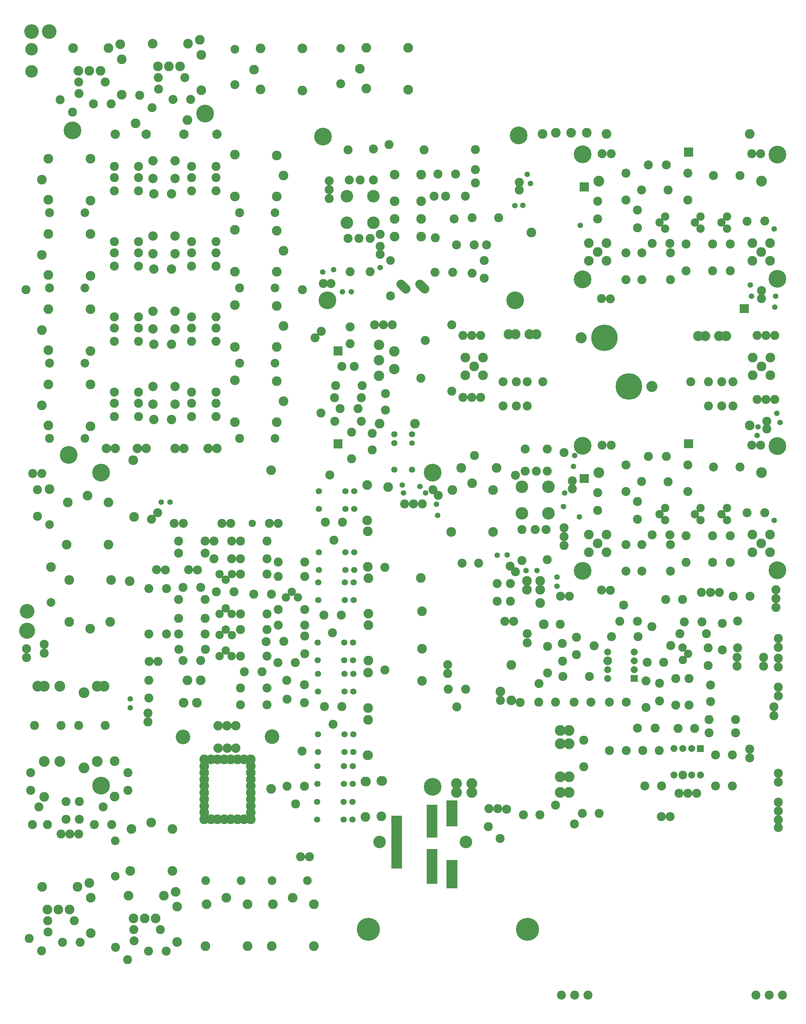
<source format=gbr>
%FSLAX34Y34*%
%MOMM*%
%LNSOLDERMASK_BOTTOM*%
G71*
G01*
%ADD10C,2.600*%
%ADD11C,2.400*%
%ADD12C,2.800*%
%ADD13C,2.600*%
%ADD14C,5.100*%
%ADD15C,1.600*%
%ADD16C,3.100*%
%ADD17C,7.600*%
%ADD18C,3.200*%
%ADD19C,2.900*%
%ADD20C,2.600*%
%ADD21C,2.600*%
%ADD22C,2.400*%
%ADD23C,2.500*%
%ADD24C,2.600*%
%ADD25C,3.600*%
%ADD26C,2.800*%
%ADD27C,3.000*%
%ADD28C,1.800*%
%ADD29C,1.600*%
%ADD30C,2.000*%
%ADD31C,2.500*%
%ADD32C,2.700*%
%ADD33C,2.700*%
%ADD34C,4.600*%
%ADD35C,4.200*%
%ADD36C,2.700*%
%ADD37C,2.800*%
%ADD38C,2.100*%
%ADD39C,6.600*%
%ADD40C,4.200*%
%ADD41C,3.600*%
%LPD*%
X499830Y1763662D02*
G54D10*
D03*
X499880Y1839912D02*
G54D10*
D03*
X418836Y1760262D02*
G54D10*
D03*
X418949Y1709281D02*
G54D10*
D03*
X533136Y1734862D02*
G54D10*
D03*
X533248Y1683882D02*
G54D10*
D03*
X499846Y1535062D02*
G54D10*
D03*
X499896Y1611312D02*
G54D10*
D03*
X620567Y1791676D02*
G54D10*
D03*
X544317Y1791726D02*
G54D10*
D03*
X545526Y1611312D02*
G54D10*
D03*
X545476Y1535062D02*
G54D10*
D03*
X677629Y1763661D02*
G54D10*
D03*
X677679Y1839911D02*
G54D10*
D03*
X574961Y1639146D02*
G54D10*
D03*
X672526Y1636712D02*
G54D10*
D03*
X672476Y1560462D02*
G54D10*
D03*
X748726Y1636712D02*
G54D10*
D03*
X748676Y1560462D02*
G54D10*
D03*
X799526Y1636712D02*
G54D10*
D03*
X799476Y1560462D02*
G54D10*
D03*
X898997Y1702757D02*
G54D10*
D03*
X848016Y1702644D02*
G54D10*
D03*
X827542Y1833480D02*
G54D10*
D03*
X751293Y1833530D02*
G54D10*
D03*
X861576Y1896462D02*
G54D10*
D03*
X887076Y1896462D02*
G54D10*
D03*
X429776Y1480538D02*
G54D10*
D03*
X612201Y1716087D02*
G54D11*
D03*
X596301Y1698512D02*
G54D11*
D03*
X612235Y1680896D02*
G54D11*
D03*
X713801Y1716087D02*
G54D11*
D03*
X697901Y1698512D02*
G54D11*
D03*
X713835Y1680896D02*
G54D11*
D03*
X790000Y1716087D02*
G54D11*
D03*
X774101Y1698512D02*
G54D11*
D03*
X790036Y1680896D02*
G54D11*
D03*
X393101Y1639987D02*
G54D12*
D03*
X443901Y1639987D02*
G54D12*
D03*
X418501Y1614587D02*
G54D12*
D03*
X443901Y1589187D02*
G54D12*
D03*
X393101Y1589187D02*
G54D12*
D03*
X863000Y1639987D02*
G54D12*
D03*
X913800Y1639987D02*
G54D12*
D03*
X888400Y1614587D02*
G54D12*
D03*
X913800Y1589187D02*
G54D12*
D03*
X863000Y1589187D02*
G54D12*
D03*
X564527Y1864296D02*
G54D10*
D03*
X615507Y1864409D02*
G54D10*
D03*
X499846Y1535062D02*
G54D13*
D03*
X545476Y1535062D02*
G54D13*
D03*
X672476Y1560462D02*
G54D13*
D03*
X748676Y1560462D02*
G54D13*
D03*
X499846Y1535062D02*
G54D13*
D03*
X375424Y1894680D02*
G54D14*
D03*
X625761Y1639146D02*
G54D10*
D03*
X628076Y1611312D02*
G54D10*
D03*
X628026Y1535062D02*
G54D10*
D03*
X431576Y1896462D02*
G54D10*
D03*
X457076Y1896462D02*
G54D10*
D03*
G36*
X366974Y1813635D02*
X392974Y1813635D01*
X392974Y1787635D01*
X366974Y1787635D01*
X366974Y1813635D01*
G37*
G36*
X666974Y1913635D02*
X692974Y1913635D01*
X692974Y1887635D01*
X666974Y1887635D01*
X666974Y1913635D01*
G37*
X368301Y1690687D02*
G54D15*
D03*
X545476Y1535062D02*
G54D13*
D03*
X628026Y1535062D02*
G54D13*
D03*
X672476Y1560462D02*
G54D13*
D03*
X748676Y1560462D02*
G54D13*
D03*
X935257Y1893887D02*
G54D14*
D03*
X375424Y1535906D02*
G54D14*
D03*
X934622Y1537493D02*
G54D14*
D03*
X454879Y1479346D02*
G54D10*
D03*
X925900Y1680287D02*
G54D15*
D03*
X425451Y1817687D02*
G54D15*
D03*
X422275Y1817688D02*
G54D16*
D03*
X889000Y1817688D02*
G54D16*
D03*
X508051Y1228446D02*
G54D17*
D03*
X438201Y1368146D02*
G54D17*
D03*
X371526Y1368146D02*
G54D18*
D03*
X574726Y1228446D02*
G54D18*
D03*
X162651Y1378246D02*
G54D19*
D03*
X242651Y1378246D02*
G54D20*
D03*
X707651Y1373246D02*
G54D20*
D03*
X787651Y1373246D02*
G54D20*
D03*
X242651Y1378246D02*
G54D19*
D03*
X707651Y1373246D02*
G54D19*
D03*
X787651Y1373246D02*
G54D12*
D03*
X182651Y1378246D02*
G54D19*
D03*
X222651Y1378246D02*
G54D19*
D03*
X727651Y1373246D02*
G54D19*
D03*
X767651Y1373246D02*
G54D19*
D03*
X38226Y1260646D02*
G54D12*
D03*
X38226Y1311446D02*
G54D12*
D03*
X63626Y1286046D02*
G54D12*
D03*
X89026Y1311446D02*
G54D12*
D03*
X89026Y1260646D02*
G54D12*
D03*
X38226Y1260646D02*
G54D21*
D03*
X89026Y1260646D02*
G54D13*
D03*
X863726Y1260646D02*
G54D12*
D03*
X863726Y1311446D02*
G54D12*
D03*
X889126Y1286046D02*
G54D12*
D03*
X914526Y1311446D02*
G54D12*
D03*
X914526Y1260646D02*
G54D12*
D03*
X863726Y1260646D02*
G54D21*
D03*
X914526Y1260646D02*
G54D13*
D03*
G36*
X826951Y1438796D02*
X826951Y1464796D01*
X852951Y1464796D01*
X852951Y1438796D01*
X826951Y1438796D01*
G37*
X737183Y1172009D02*
G54D10*
D03*
X737183Y1241859D02*
G54D10*
D03*
X807034Y1172009D02*
G54D10*
D03*
X807034Y1241859D02*
G54D10*
D03*
X775283Y1241859D02*
G54D10*
D03*
X775283Y1172009D02*
G54D10*
D03*
X807034Y1172009D02*
G54D13*
D03*
X807034Y1241859D02*
G54D13*
D03*
X146633Y1172009D02*
G54D10*
D03*
X146633Y1241859D02*
G54D10*
D03*
X216483Y1172009D02*
G54D10*
D03*
X216484Y1241860D02*
G54D10*
D03*
X184733Y1241860D02*
G54D10*
D03*
X184733Y1172010D02*
G54D10*
D03*
X216484Y1172009D02*
G54D13*
D03*
X216484Y1241860D02*
G54D13*
D03*
X787651Y1373246D02*
G54D19*
D03*
X260934Y1241859D02*
G54D21*
D03*
X686384Y1241859D02*
G54D21*
D03*
X927326Y1190821D02*
G54D21*
D03*
X901926Y1190821D02*
G54D21*
D03*
X876526Y1190821D02*
G54D21*
D03*
X82776Y1374971D02*
G54D21*
D03*
X57376Y1374971D02*
G54D21*
D03*
X31976Y1374971D02*
G54D21*
D03*
X927326Y1374971D02*
G54D21*
D03*
X901926Y1374971D02*
G54D21*
D03*
X876526Y1374971D02*
G54D21*
D03*
X82776Y1197172D02*
G54D21*
D03*
X57376Y1197172D02*
G54D21*
D03*
X31976Y1197172D02*
G54D21*
D03*
X38226Y1311446D02*
G54D13*
D03*
X89026Y1311446D02*
G54D13*
D03*
X863726Y1260646D02*
G54D13*
D03*
X863726Y1311446D02*
G54D13*
D03*
X914526Y1311446D02*
G54D13*
D03*
X914526Y1260646D02*
G54D13*
D03*
X499830Y927050D02*
G54D10*
D03*
X499880Y1003300D02*
G54D10*
D03*
X418836Y923650D02*
G54D10*
D03*
X418949Y872669D02*
G54D10*
D03*
X533136Y898250D02*
G54D10*
D03*
X533248Y847269D02*
G54D10*
D03*
X499846Y698450D02*
G54D10*
D03*
X499896Y774700D02*
G54D10*
D03*
X620567Y955064D02*
G54D10*
D03*
X544317Y955114D02*
G54D10*
D03*
X545526Y774700D02*
G54D10*
D03*
X545476Y698450D02*
G54D10*
D03*
X677629Y927049D02*
G54D10*
D03*
X677679Y1003299D02*
G54D10*
D03*
X574961Y802534D02*
G54D10*
D03*
X672526Y800100D02*
G54D10*
D03*
X672476Y723850D02*
G54D10*
D03*
X748726Y800100D02*
G54D10*
D03*
X748676Y723850D02*
G54D10*
D03*
X799526Y800100D02*
G54D10*
D03*
X799476Y723850D02*
G54D10*
D03*
X898997Y866144D02*
G54D10*
D03*
X848016Y866032D02*
G54D10*
D03*
X827542Y996868D02*
G54D10*
D03*
X751293Y996918D02*
G54D10*
D03*
X861576Y1059850D02*
G54D10*
D03*
X887076Y1059850D02*
G54D10*
D03*
X429776Y643925D02*
G54D10*
D03*
X612201Y879475D02*
G54D11*
D03*
X596301Y861900D02*
G54D11*
D03*
X612235Y844284D02*
G54D11*
D03*
X713801Y879475D02*
G54D11*
D03*
X697901Y861900D02*
G54D11*
D03*
X713835Y844284D02*
G54D11*
D03*
X790000Y879475D02*
G54D11*
D03*
X774101Y861900D02*
G54D11*
D03*
X790036Y844284D02*
G54D11*
D03*
X393101Y803375D02*
G54D12*
D03*
X443901Y803375D02*
G54D12*
D03*
X418501Y777975D02*
G54D12*
D03*
X443901Y752575D02*
G54D12*
D03*
X393101Y752575D02*
G54D12*
D03*
X863000Y803375D02*
G54D12*
D03*
X913800Y803375D02*
G54D12*
D03*
X888400Y777975D02*
G54D12*
D03*
X913800Y752575D02*
G54D12*
D03*
X863000Y752575D02*
G54D12*
D03*
X564527Y1027684D02*
G54D10*
D03*
X615507Y1027796D02*
G54D10*
D03*
X499846Y698450D02*
G54D13*
D03*
X545476Y698450D02*
G54D13*
D03*
X672476Y723850D02*
G54D13*
D03*
X748676Y723850D02*
G54D13*
D03*
X499846Y698450D02*
G54D13*
D03*
X375424Y1058068D02*
G54D14*
D03*
X625761Y802534D02*
G54D10*
D03*
X628076Y774700D02*
G54D10*
D03*
X628026Y698450D02*
G54D10*
D03*
X431576Y1059850D02*
G54D10*
D03*
X457076Y1059850D02*
G54D10*
D03*
G36*
X366974Y977023D02*
X392974Y977023D01*
X392974Y951023D01*
X366974Y951023D01*
X366974Y977023D01*
G37*
G36*
X666974Y1077023D02*
X692974Y1077023D01*
X692974Y1051023D01*
X666974Y1051023D01*
X666974Y1077023D01*
G37*
X545476Y698450D02*
G54D13*
D03*
X628026Y698450D02*
G54D13*
D03*
X672476Y723850D02*
G54D13*
D03*
X748676Y723850D02*
G54D13*
D03*
X935257Y1057275D02*
G54D14*
D03*
X375424Y699293D02*
G54D14*
D03*
X934622Y700880D02*
G54D14*
D03*
X454879Y642734D02*
G54D10*
D03*
X925900Y843675D02*
G54D15*
D03*
X425451Y981075D02*
G54D15*
D03*
X422275Y981075D02*
G54D16*
D03*
X889000Y981075D02*
G54D16*
D03*
X-225400Y1698147D02*
G54D22*
D03*
X-225399Y1774347D02*
G54D22*
D03*
X-301599Y1698147D02*
G54D22*
D03*
X-225400Y1698147D02*
G54D22*
D03*
X-301600Y1774346D02*
G54D22*
D03*
X-301599Y1698146D02*
G54D22*
D03*
X-225399Y1774347D02*
G54D22*
D03*
X-301599Y1774347D02*
G54D22*
D03*
X-225487Y1909370D02*
G54D10*
D03*
X-225487Y1820470D02*
G54D10*
D03*
X-263587Y1820470D02*
G54D10*
D03*
X-295337Y1820470D02*
G54D10*
D03*
X-235130Y1557580D02*
G54D10*
D03*
X-298630Y1652830D02*
G54D10*
D03*
X-266880Y1652830D02*
G54D10*
D03*
X-235130Y1652830D02*
G54D10*
D03*
X-206648Y1665118D02*
G54D10*
D03*
X-298630Y1906830D02*
G54D10*
D03*
X-181037Y1922070D02*
G54D10*
D03*
X-18609Y1774380D02*
G54D10*
D03*
X38541Y1774380D02*
G54D10*
D03*
X67241Y1850580D02*
G54D10*
D03*
X67241Y1907730D02*
G54D10*
D03*
X6191Y1708757D02*
G54D10*
D03*
X-47761Y1654876D02*
G54D10*
D03*
X6191Y1708757D02*
G54D13*
D03*
X133966Y1712808D02*
G54D10*
D03*
X57717Y1712858D02*
G54D10*
D03*
X133966Y1712809D02*
G54D13*
D03*
X13141Y1634680D02*
G54D10*
D03*
X63941Y1634680D02*
G54D10*
D03*
X63941Y1634680D02*
G54D10*
D03*
X92548Y1538574D02*
G54D10*
D03*
X92436Y1589555D02*
G54D10*
D03*
X92548Y1538574D02*
G54D10*
D03*
X67241Y1812480D02*
G54D10*
D03*
X98991Y1634680D02*
G54D10*
D03*
X-51629Y1774380D02*
G54D10*
D03*
X-40709Y1837880D02*
G54D10*
D03*
X10091Y1837880D02*
G54D10*
D03*
X-164405Y1836386D02*
G54D12*
D03*
X-88205Y1836386D02*
G54D12*
D03*
X-164405Y1760186D02*
G54D12*
D03*
X-164405Y1709386D02*
G54D12*
D03*
X-164405Y1658586D02*
G54D12*
D03*
X-88205Y1760186D02*
G54D12*
D03*
X-88205Y1709386D02*
G54D12*
D03*
X-88205Y1658586D02*
G54D12*
D03*
X-176906Y1488023D02*
G54D23*
D03*
X-176906Y1589623D02*
G54D23*
D03*
X-176906Y1488023D02*
G54D13*
D03*
X-88205Y1836386D02*
G54D10*
D03*
X58046Y1553582D02*
G54D10*
D03*
X1826Y1555827D02*
G54D10*
D03*
X1826Y1555827D02*
G54D10*
D03*
X-48974Y1555827D02*
G54D10*
D03*
G54D24*
X-78790Y1508105D02*
X-92932Y1522247D01*
G54D24*
X-132765Y1508105D02*
X-146907Y1522247D01*
X-352999Y1818481D02*
G54D21*
D03*
X-352999Y1793081D02*
G54D21*
D03*
X-352999Y1767681D02*
G54D21*
D03*
X-79949Y1907381D02*
G54D21*
D03*
X-301600Y1774346D02*
G54D25*
D03*
X-301599Y1698147D02*
G54D25*
D03*
X-225400Y1698147D02*
G54D25*
D03*
X-225399Y1774347D02*
G54D25*
D03*
X200680Y939945D02*
G54D22*
D03*
X200679Y863745D02*
G54D22*
D03*
X276879Y939945D02*
G54D22*
D03*
X200680Y939945D02*
G54D22*
D03*
X276880Y863745D02*
G54D22*
D03*
X276880Y939945D02*
G54D22*
D03*
X200679Y863745D02*
G54D22*
D03*
X276880Y863745D02*
G54D22*
D03*
X200767Y728722D02*
G54D10*
D03*
X200767Y817622D02*
G54D10*
D03*
X238867Y817622D02*
G54D10*
D03*
X270617Y817622D02*
G54D10*
D03*
X273911Y1048762D02*
G54D10*
D03*
X210411Y1048762D02*
G54D10*
D03*
X273910Y985262D02*
G54D10*
D03*
X242161Y985262D02*
G54D10*
D03*
X210411Y985262D02*
G54D10*
D03*
X181928Y972973D02*
G54D10*
D03*
X273910Y731262D02*
G54D10*
D03*
X321930Y771986D02*
G54D21*
D03*
X321930Y797386D02*
G54D21*
D03*
X321930Y822786D02*
G54D21*
D03*
X321930Y1038686D02*
G54D21*
D03*
X276880Y863745D02*
G54D25*
D03*
X276879Y939945D02*
G54D25*
D03*
X200680Y939945D02*
G54D25*
D03*
X200679Y863745D02*
G54D25*
D03*
X-2329Y810364D02*
G54D12*
D03*
X845Y931014D02*
G54D12*
D03*
X118321Y810364D02*
G54D12*
D03*
X118321Y931014D02*
G54D12*
D03*
X57996Y950477D02*
G54D12*
D03*
X845Y931014D02*
G54D26*
D03*
X26692Y994596D02*
G54D12*
D03*
X128292Y994595D02*
G54D12*
D03*
X215592Y670456D02*
G54D12*
D03*
X215592Y645056D02*
G54D12*
D03*
X253692Y645056D02*
G54D12*
D03*
X253692Y606956D02*
G54D12*
D03*
X168187Y662449D02*
G54D10*
D03*
X168300Y611468D02*
G54D10*
D03*
X168187Y662448D02*
G54D10*
D03*
X168299Y611468D02*
G54D10*
D03*
X130087Y662449D02*
G54D10*
D03*
X130199Y611468D02*
G54D10*
D03*
X130087Y662448D02*
G54D10*
D03*
X130199Y611468D02*
G54D10*
D03*
X253692Y670456D02*
G54D12*
D03*
X64659Y1030405D02*
G54D10*
D03*
X26692Y994596D02*
G54D12*
D03*
X-165350Y1328894D02*
G54D27*
D03*
X-165350Y1278094D02*
G54D27*
D03*
X-209800Y1303494D02*
G54D27*
D03*
X-209800Y1259044D02*
G54D27*
D03*
X-209800Y1347944D02*
G54D27*
D03*
X-197100Y1405094D02*
G54D10*
D03*
X-222500Y1405094D02*
G54D10*
D03*
X-171700Y1405094D02*
G54D10*
D03*
X-258185Y1230469D02*
G54D10*
D03*
X-334435Y1230519D02*
G54D10*
D03*
X-337127Y1196209D02*
G54D10*
D03*
X-260877Y1196159D02*
G54D10*
D03*
X-321193Y1164733D02*
G54D10*
D03*
X-270213Y1164845D02*
G54D10*
D03*
X-292350Y1398832D02*
G54D10*
D03*
X-292350Y1351032D02*
G54D10*
D03*
X-288740Y1097208D02*
G54D10*
D03*
X-288790Y1020958D02*
G54D10*
D03*
X-228850Y1046144D02*
G54D10*
D03*
X-228850Y1093944D02*
G54D10*
D03*
X-316294Y1285988D02*
G54D10*
D03*
X-281194Y1285988D02*
G54D10*
D03*
X-190750Y1160444D02*
G54D10*
D03*
X-190750Y1208244D02*
G54D10*
D03*
X-337072Y1128562D02*
G54D10*
D03*
X-260822Y1128512D02*
G54D10*
D03*
X-89875Y1252139D02*
G54D10*
D03*
X-337127Y1196210D02*
G54D10*
D03*
X-337072Y1128562D02*
G54D10*
D03*
X-228850Y1046144D02*
G54D10*
D03*
X-288790Y1020958D02*
G54D10*
D03*
G36*
X-314400Y1343164D02*
X-314400Y1317164D01*
X-340400Y1317164D01*
X-340400Y1343164D01*
X-314400Y1343164D01*
G37*
G36*
X-314400Y1076464D02*
X-314400Y1050464D01*
X-340400Y1050464D01*
X-340400Y1076464D01*
X-314400Y1076464D01*
G37*
X-114550Y1090682D02*
G54D28*
D03*
X-114550Y1065282D02*
G54D29*
D03*
X-165350Y1090682D02*
G54D29*
D03*
X-165350Y1065282D02*
G54D28*
D03*
X-114550Y989082D02*
G54D29*
D03*
X-165350Y989082D02*
G54D29*
D03*
X-207768Y1121448D02*
G54D12*
D03*
X-106168Y1121448D02*
G54D12*
D03*
X-207768Y1121448D02*
G54D12*
D03*
X-84954Y891474D02*
G54D21*
D03*
X-110354Y891474D02*
G54D21*
D03*
X-135754Y891474D02*
G54D21*
D03*
X-165350Y1090682D02*
G54D28*
D03*
X-114550Y989082D02*
G54D28*
D03*
X-165350Y989082D02*
G54D28*
D03*
G36*
X513563Y380344D02*
X513563Y400344D01*
X533563Y400344D01*
X533563Y380344D01*
X513563Y380344D01*
G37*
X523563Y415744D02*
G54D30*
D03*
X523563Y441144D02*
G54D30*
D03*
X523563Y466544D02*
G54D30*
D03*
X447364Y466544D02*
G54D30*
D03*
X447364Y441144D02*
G54D30*
D03*
X447364Y415744D02*
G54D30*
D03*
X447364Y390344D02*
G54D30*
D03*
X447364Y441144D02*
G54D31*
D03*
X819314Y425706D02*
G54D10*
D03*
X819314Y451205D02*
G54D10*
D03*
X249324Y322369D02*
G54D10*
D03*
X274219Y405954D02*
G54D10*
D03*
X274269Y482204D02*
G54D10*
D03*
X139027Y327362D02*
G54D10*
D03*
X139027Y352862D02*
G54D10*
D03*
X681284Y389646D02*
G54D10*
D03*
X681234Y313396D02*
G54D10*
D03*
X681284Y389646D02*
G54D10*
D03*
X743168Y371712D02*
G54D10*
D03*
X743168Y323912D02*
G54D10*
D03*
X643183Y389646D02*
G54D10*
D03*
X643134Y313396D02*
G54D10*
D03*
X643184Y389646D02*
G54D10*
D03*
X662839Y443419D02*
G54D11*
D03*
X678739Y460994D02*
G54D11*
D03*
X662804Y478610D02*
G54D11*
D03*
X736212Y478212D02*
G54D10*
D03*
X736324Y427232D02*
G54D10*
D03*
X736212Y478212D02*
G54D10*
D03*
X731282Y518340D02*
G54D10*
D03*
X655032Y518390D02*
G54D10*
D03*
X731282Y518340D02*
G54D10*
D03*
X718249Y552312D02*
G54D10*
D03*
X667269Y552200D02*
G54D10*
D03*
X718248Y552312D02*
G54D10*
D03*
X596512Y376612D02*
G54D10*
D03*
X596624Y325632D02*
G54D10*
D03*
X596512Y376612D02*
G54D10*
D03*
X743168Y371712D02*
G54D10*
D03*
X731282Y518340D02*
G54D10*
D03*
X718249Y552312D02*
G54D10*
D03*
X776534Y548396D02*
G54D10*
D03*
X776484Y472146D02*
G54D10*
D03*
X776534Y548396D02*
G54D10*
D03*
X776534Y548396D02*
G54D10*
D03*
X596512Y376613D02*
G54D10*
D03*
X560474Y436669D02*
G54D10*
D03*
X608274Y436669D02*
G54D10*
D03*
X574718Y539068D02*
G54D10*
D03*
X628600Y485116D02*
G54D10*
D03*
X574719Y539068D02*
G54D10*
D03*
X574719Y539068D02*
G54D10*
D03*
X534657Y510169D02*
G54D10*
D03*
X458407Y510219D02*
G54D10*
D03*
X482160Y554095D02*
G54D10*
D03*
X533140Y554207D02*
G54D10*
D03*
X482160Y554094D02*
G54D10*
D03*
X534657Y510169D02*
G54D10*
D03*
X533141Y554207D02*
G54D10*
D03*
X350924Y322369D02*
G54D10*
D03*
X398724Y322369D02*
G54D10*
D03*
X249324Y322369D02*
G54D10*
D03*
X297124Y322369D02*
G54D10*
D03*
X452524Y322370D02*
G54D10*
D03*
X500324Y322369D02*
G54D10*
D03*
X452524Y322370D02*
G54D10*
D03*
X557459Y383296D02*
G54D10*
D03*
X557409Y307046D02*
G54D10*
D03*
X557459Y383296D02*
G54D10*
D03*
X394957Y395869D02*
G54D10*
D03*
X318707Y395919D02*
G54D10*
D03*
X394957Y395869D02*
G54D10*
D03*
X317378Y439743D02*
G54D10*
D03*
X317266Y490723D02*
G54D10*
D03*
X317378Y439744D02*
G54D10*
D03*
X317266Y490724D02*
G54D10*
D03*
X357639Y508619D02*
G54D21*
D03*
X408571Y483636D02*
G54D21*
D03*
X357525Y458736D02*
G54D21*
D03*
X357639Y508619D02*
G54D10*
D03*
X263623Y546037D02*
G54D10*
D03*
X311423Y546037D02*
G54D10*
D03*
X274219Y405954D02*
G54D10*
D03*
X250101Y375156D02*
G54D10*
D03*
X196149Y321275D02*
G54D10*
D03*
X250101Y375156D02*
G54D10*
D03*
X820925Y554650D02*
G54D10*
D03*
X263623Y546037D02*
G54D12*
D03*
X170749Y429224D02*
G54D12*
D03*
X170748Y327625D02*
G54D12*
D03*
X170749Y429224D02*
G54D12*
D03*
X139027Y352862D02*
G54D12*
D03*
X820925Y554650D02*
G54D10*
D03*
X820875Y478400D02*
G54D10*
D03*
X820926Y554650D02*
G54D10*
D03*
X820925Y554650D02*
G54D10*
D03*
X776534Y548396D02*
G54D10*
D03*
X718249Y552312D02*
G54D10*
D03*
X731282Y518340D02*
G54D10*
D03*
X574718Y539068D02*
G54D10*
D03*
X534657Y510169D02*
G54D10*
D03*
X533141Y554207D02*
G54D10*
D03*
X743168Y371712D02*
G54D10*
D03*
X357639Y508619D02*
G54D10*
D03*
X452524Y322370D02*
G54D10*
D03*
X249324Y322369D02*
G54D10*
D03*
X250101Y375156D02*
G54D10*
D03*
X274219Y405954D02*
G54D10*
D03*
X170749Y429224D02*
G54D10*
D03*
X895564Y425655D02*
G54D10*
D03*
X819314Y425706D02*
G54D10*
D03*
X895563Y451155D02*
G54D10*
D03*
X819314Y451205D02*
G54D10*
D03*
X-900341Y1141995D02*
G54D10*
D03*
X-970191Y1141995D02*
G54D10*
D03*
X-900341Y1211845D02*
G54D10*
D03*
X-970191Y1211845D02*
G54D10*
D03*
X-970191Y1180095D02*
G54D10*
D03*
X-900341Y1180095D02*
G54D10*
D03*
X-856932Y1133224D02*
G54D32*
D03*
X-805952Y1133336D02*
G54D32*
D03*
X-678091Y1141995D02*
G54D10*
D03*
X-747941Y1141995D02*
G54D10*
D03*
X-678091Y1211845D02*
G54D10*
D03*
X-747941Y1211845D02*
G54D10*
D03*
X-747941Y1180095D02*
G54D10*
D03*
X-678091Y1180095D02*
G54D10*
D03*
X-795868Y1177322D02*
G54D10*
D03*
X-795981Y1228302D02*
G54D10*
D03*
X-859368Y1177322D02*
G54D10*
D03*
X-859481Y1228302D02*
G54D10*
D03*
X-678092Y1211845D02*
G54D13*
D03*
X-747941Y1211845D02*
G54D13*
D03*
X-795980Y1228303D02*
G54D33*
D03*
X-859481Y1228303D02*
G54D13*
D03*
X-900341Y1211845D02*
G54D13*
D03*
X-970191Y1211845D02*
G54D13*
D03*
X-859368Y1177322D02*
G54D32*
D03*
X-859481Y1228302D02*
G54D32*
D03*
X-795981Y1228302D02*
G54D32*
D03*
X-795868Y1177322D02*
G54D32*
D03*
X-623878Y1246287D02*
G54D12*
D03*
X-503228Y1243113D02*
G54D12*
D03*
X-623878Y1125637D02*
G54D12*
D03*
X-503228Y1125637D02*
G54D12*
D03*
X-484415Y1185962D02*
G54D12*
D03*
X-610371Y1079358D02*
G54D23*
D03*
X-508771Y1079358D02*
G54D23*
D03*
X-503228Y1243113D02*
G54D12*
D03*
X-1038872Y1113548D02*
G54D12*
D03*
X-1159522Y1116722D02*
G54D12*
D03*
X-1038872Y1234199D02*
G54D12*
D03*
X-1159522Y1234199D02*
G54D12*
D03*
X-1178335Y1173874D02*
G54D12*
D03*
X-1159522Y1116722D02*
G54D12*
D03*
X-1159522Y1234199D02*
G54D12*
D03*
X-1156471Y1079358D02*
G54D23*
D03*
X-1054871Y1079358D02*
G54D23*
D03*
X-610371Y1079358D02*
G54D10*
D03*
X-1156471Y1079358D02*
G54D10*
D03*
X-900341Y1357895D02*
G54D10*
D03*
X-970191Y1357895D02*
G54D10*
D03*
X-900341Y1427745D02*
G54D10*
D03*
X-970191Y1427745D02*
G54D10*
D03*
X-970191Y1395995D02*
G54D10*
D03*
X-900341Y1395995D02*
G54D10*
D03*
X-856932Y1349124D02*
G54D32*
D03*
X-805952Y1349236D02*
G54D32*
D03*
X-678091Y1357895D02*
G54D10*
D03*
X-747941Y1357895D02*
G54D10*
D03*
X-678091Y1427745D02*
G54D10*
D03*
X-747941Y1427745D02*
G54D10*
D03*
X-747941Y1395995D02*
G54D10*
D03*
X-678091Y1395995D02*
G54D10*
D03*
X-795868Y1393222D02*
G54D10*
D03*
X-795981Y1444202D02*
G54D10*
D03*
X-859368Y1393222D02*
G54D10*
D03*
X-859481Y1444202D02*
G54D10*
D03*
X-678092Y1427745D02*
G54D13*
D03*
X-747941Y1427745D02*
G54D13*
D03*
X-795980Y1444203D02*
G54D33*
D03*
X-859481Y1444203D02*
G54D13*
D03*
X-900341Y1427745D02*
G54D13*
D03*
X-970191Y1427745D02*
G54D13*
D03*
X-859368Y1393222D02*
G54D32*
D03*
X-859481Y1444202D02*
G54D32*
D03*
X-795981Y1444202D02*
G54D32*
D03*
X-795868Y1393222D02*
G54D32*
D03*
X-623878Y1462187D02*
G54D12*
D03*
X-503228Y1459013D02*
G54D12*
D03*
X-623878Y1341537D02*
G54D12*
D03*
X-503228Y1341537D02*
G54D12*
D03*
X-484415Y1401862D02*
G54D12*
D03*
X-610371Y1295258D02*
G54D23*
D03*
X-508771Y1295258D02*
G54D23*
D03*
X-503228Y1459013D02*
G54D12*
D03*
X-1038872Y1329448D02*
G54D12*
D03*
X-1159522Y1332622D02*
G54D12*
D03*
X-1038872Y1450098D02*
G54D12*
D03*
X-1159522Y1450098D02*
G54D12*
D03*
X-1178335Y1389774D02*
G54D12*
D03*
X-1159522Y1332622D02*
G54D12*
D03*
X-1159522Y1450098D02*
G54D12*
D03*
X-1156471Y1295258D02*
G54D23*
D03*
X-1054871Y1295258D02*
G54D23*
D03*
X-610371Y1295258D02*
G54D10*
D03*
X-1156471Y1295258D02*
G54D10*
D03*
X-900341Y1573795D02*
G54D10*
D03*
X-970191Y1573795D02*
G54D10*
D03*
X-900341Y1643645D02*
G54D10*
D03*
X-970191Y1643645D02*
G54D10*
D03*
X-970191Y1611895D02*
G54D10*
D03*
X-900341Y1611895D02*
G54D10*
D03*
X-856932Y1565024D02*
G54D32*
D03*
X-805952Y1565136D02*
G54D32*
D03*
X-678091Y1573795D02*
G54D10*
D03*
X-747941Y1573795D02*
G54D10*
D03*
X-678091Y1643645D02*
G54D10*
D03*
X-747941Y1643645D02*
G54D10*
D03*
X-747941Y1611895D02*
G54D10*
D03*
X-678091Y1611895D02*
G54D10*
D03*
X-795868Y1609122D02*
G54D10*
D03*
X-795981Y1660102D02*
G54D10*
D03*
X-859368Y1609122D02*
G54D10*
D03*
X-859481Y1660102D02*
G54D10*
D03*
X-678092Y1643645D02*
G54D13*
D03*
X-747941Y1643645D02*
G54D13*
D03*
X-795980Y1660103D02*
G54D33*
D03*
X-859481Y1660103D02*
G54D13*
D03*
X-900341Y1643645D02*
G54D13*
D03*
X-970191Y1643645D02*
G54D13*
D03*
X-859368Y1609122D02*
G54D32*
D03*
X-859481Y1660102D02*
G54D32*
D03*
X-795981Y1660102D02*
G54D32*
D03*
X-795868Y1609122D02*
G54D32*
D03*
X-623878Y1678087D02*
G54D12*
D03*
X-503228Y1674913D02*
G54D12*
D03*
X-623878Y1557437D02*
G54D12*
D03*
X-503228Y1557437D02*
G54D12*
D03*
X-484415Y1617762D02*
G54D12*
D03*
X-610371Y1511157D02*
G54D23*
D03*
X-508771Y1511158D02*
G54D23*
D03*
X-503228Y1674913D02*
G54D12*
D03*
X-1038872Y1545348D02*
G54D12*
D03*
X-1159522Y1548522D02*
G54D12*
D03*
X-1038872Y1665998D02*
G54D12*
D03*
X-1159522Y1665998D02*
G54D12*
D03*
X-1178335Y1605674D02*
G54D12*
D03*
X-1159522Y1548522D02*
G54D12*
D03*
X-1159522Y1665998D02*
G54D12*
D03*
X-1156471Y1511157D02*
G54D23*
D03*
X-1054871Y1511158D02*
G54D23*
D03*
X-610371Y1511158D02*
G54D10*
D03*
X-1156471Y1511157D02*
G54D10*
D03*
X-900341Y1789695D02*
G54D10*
D03*
X-970191Y1789695D02*
G54D10*
D03*
X-900341Y1859545D02*
G54D10*
D03*
X-970191Y1859545D02*
G54D10*
D03*
X-970191Y1827795D02*
G54D10*
D03*
X-900341Y1827795D02*
G54D10*
D03*
X-856932Y1780924D02*
G54D32*
D03*
X-805952Y1781036D02*
G54D32*
D03*
X-678091Y1789695D02*
G54D10*
D03*
X-747941Y1789695D02*
G54D10*
D03*
X-678091Y1859545D02*
G54D10*
D03*
X-747941Y1859545D02*
G54D10*
D03*
X-747941Y1827795D02*
G54D10*
D03*
X-678091Y1827795D02*
G54D10*
D03*
X-795868Y1825022D02*
G54D10*
D03*
X-795981Y1876002D02*
G54D10*
D03*
X-859368Y1825022D02*
G54D10*
D03*
X-859481Y1876002D02*
G54D10*
D03*
X-678092Y1859545D02*
G54D13*
D03*
X-747941Y1859545D02*
G54D13*
D03*
X-795981Y1876003D02*
G54D33*
D03*
X-859481Y1876003D02*
G54D13*
D03*
X-900341Y1859545D02*
G54D13*
D03*
X-970191Y1859545D02*
G54D13*
D03*
X-859368Y1825022D02*
G54D32*
D03*
X-859481Y1876002D02*
G54D32*
D03*
X-795981Y1876002D02*
G54D32*
D03*
X-795868Y1825022D02*
G54D32*
D03*
X-623878Y1893987D02*
G54D12*
D03*
X-503228Y1890813D02*
G54D12*
D03*
X-623878Y1773337D02*
G54D12*
D03*
X-503228Y1773337D02*
G54D12*
D03*
X-484415Y1833662D02*
G54D12*
D03*
X-610371Y1727058D02*
G54D23*
D03*
X-508771Y1727058D02*
G54D23*
D03*
X-503228Y1890813D02*
G54D12*
D03*
X-1038872Y1761248D02*
G54D12*
D03*
X-1159522Y1764422D02*
G54D12*
D03*
X-1038872Y1881898D02*
G54D12*
D03*
X-1159522Y1881898D02*
G54D12*
D03*
X-1178335Y1821574D02*
G54D12*
D03*
X-1159522Y1764422D02*
G54D12*
D03*
X-1159522Y1881898D02*
G54D12*
D03*
X-1156471Y1727057D02*
G54D23*
D03*
X-1054871Y1727058D02*
G54D23*
D03*
X-610371Y1727058D02*
G54D10*
D03*
X-1156471Y1727058D02*
G54D10*
D03*
X-675217Y1050322D02*
G54D32*
D03*
X-675217Y1050322D02*
G54D32*
D03*
X-700618Y1050322D02*
G54D32*
D03*
X-770467Y1050322D02*
G54D32*
D03*
X-770467Y1050322D02*
G54D32*
D03*
X-795868Y1050322D02*
G54D32*
D03*
X-878417Y1050322D02*
G54D32*
D03*
X-878417Y1050322D02*
G54D32*
D03*
X-903818Y1050322D02*
G54D32*
D03*
X-967317Y1050322D02*
G54D32*
D03*
X-967317Y1050322D02*
G54D32*
D03*
X-992718Y1050322D02*
G54D32*
D03*
X-675217Y1952022D02*
G54D32*
D03*
X-675217Y1952022D02*
G54D32*
D03*
X-770467Y1952022D02*
G54D32*
D03*
X-770467Y1952022D02*
G54D32*
D03*
X-878417Y1952022D02*
G54D32*
D03*
X-878417Y1952022D02*
G54D32*
D03*
X-967317Y1952022D02*
G54D32*
D03*
X-967317Y1952022D02*
G54D32*
D03*
X-1223953Y1505492D02*
G54D21*
D03*
X-430203Y1505492D02*
G54D21*
D03*
X181750Y1475580D02*
G54D14*
D03*
X191274Y1948656D02*
G54D14*
D03*
X191274Y1948656D02*
G54D14*
D03*
X-358000Y1475580D02*
G54D14*
D03*
X-370700Y1945480D02*
G54D14*
D03*
X-979054Y672806D02*
G54D12*
D03*
X-982228Y552156D02*
G54D12*
D03*
X-1099704Y672806D02*
G54D12*
D03*
X-1099704Y552156D02*
G54D12*
D03*
X-1039379Y533344D02*
G54D12*
D03*
X-1220353Y526756D02*
G54D34*
D03*
X-1107253Y774675D02*
G54D12*
D03*
X-1104079Y895325D02*
G54D12*
D03*
X-986604Y774675D02*
G54D12*
D03*
X-986604Y895325D02*
G54D12*
D03*
X-1046928Y914612D02*
G54D12*
D03*
X-1152333Y710099D02*
G54D23*
D03*
X-1152333Y608499D02*
G54D23*
D03*
X-1152333Y710099D02*
G54D10*
D03*
X-1152333Y710099D02*
G54D12*
D03*
X-1156131Y933294D02*
G54D23*
D03*
X-1156131Y831694D02*
G54D23*
D03*
X-1156131Y933294D02*
G54D10*
D03*
X-1156131Y933294D02*
G54D12*
D03*
X-982228Y552156D02*
G54D12*
D03*
X-986604Y895325D02*
G54D12*
D03*
X-1104079Y895325D02*
G54D12*
D03*
X-986604Y895325D02*
G54D12*
D03*
X-1007843Y981075D02*
G54D14*
D03*
X-55343Y981075D02*
G54D14*
D03*
X-1007843Y82550D02*
G54D14*
D03*
X-55343Y79375D02*
G54D14*
D03*
X28712Y720756D02*
G54D10*
D03*
X76512Y720755D02*
G54D10*
D03*
X28712Y720756D02*
G54D10*
D03*
X924608Y308315D02*
G54D21*
D03*
X937308Y505165D02*
G54D21*
D03*
X937309Y479765D02*
G54D21*
D03*
X937308Y117815D02*
G54D21*
D03*
X937309Y92415D02*
G54D21*
D03*
X937308Y365465D02*
G54D21*
D03*
X937309Y340065D02*
G54D21*
D03*
X-89310Y678574D02*
G54D12*
D03*
X-86135Y583324D02*
G54D12*
D03*
X-86135Y475374D02*
G54D12*
D03*
X-86135Y383299D02*
G54D12*
D03*
X-516704Y222836D02*
G54D35*
D03*
X-772404Y222736D02*
G54D35*
D03*
X-671680Y254661D02*
G54D36*
D03*
X-646304Y254536D02*
G54D36*
D03*
X-620861Y254561D02*
G54D36*
D03*
X-423599Y320920D02*
G54D10*
D03*
X-423774Y371912D02*
G54D10*
D03*
X-721530Y384786D02*
G54D37*
D03*
X-770930Y320686D02*
G54D37*
D03*
X-732930Y320686D02*
G54D37*
D03*
X-759630Y384786D02*
G54D37*
D03*
X-870804Y333936D02*
G54D10*
D03*
X-870929Y384852D02*
G54D10*
D03*
X-607279Y362511D02*
G54D10*
D03*
X-531030Y362461D02*
G54D10*
D03*
X-873379Y265811D02*
G54D10*
D03*
X-873380Y291311D02*
G54D10*
D03*
X-607280Y314886D02*
G54D10*
D03*
X-531030Y314836D02*
G54D10*
D03*
X-632680Y733986D02*
G54D10*
D03*
X-683596Y733861D02*
G54D10*
D03*
X-667604Y689536D02*
G54D11*
D03*
X-650030Y673636D02*
G54D11*
D03*
X-632414Y689571D02*
G54D11*
D03*
X-661254Y835586D02*
G54D10*
D03*
X-635830Y835636D02*
G54D10*
D03*
X-607279Y689536D02*
G54D10*
D03*
X-531104Y689536D02*
G54D10*
D03*
X-785080Y749861D02*
G54D10*
D03*
X-708830Y749811D02*
G54D10*
D03*
X-626330Y638736D02*
G54D10*
D03*
X-677246Y638611D02*
G54D10*
D03*
X-632680Y575236D02*
G54D11*
D03*
X-650280Y591136D02*
G54D11*
D03*
X-667870Y575202D02*
G54D11*
D03*
X-632304Y514836D02*
G54D11*
D03*
X-650279Y530811D02*
G54D11*
D03*
X-667870Y514876D02*
G54D11*
D03*
X-607280Y575236D02*
G54D10*
D03*
X-531104Y575236D02*
G54D10*
D03*
X-632680Y454536D02*
G54D11*
D03*
X-650279Y470486D02*
G54D11*
D03*
X-667870Y454551D02*
G54D11*
D03*
X-785080Y518086D02*
G54D10*
D03*
X-708830Y518036D02*
G54D10*
D03*
X-784871Y473907D02*
G54D10*
D03*
X-708621Y473857D02*
G54D10*
D03*
X-607280Y454586D02*
G54D10*
D03*
X-531005Y454536D02*
G54D10*
D03*
X-545958Y409796D02*
G54D10*
D03*
X-596875Y409671D02*
G54D10*
D03*
X-607280Y530786D02*
G54D10*
D03*
X-531030Y530736D02*
G54D10*
D03*
X-450004Y435936D02*
G54D21*
D03*
X-474988Y385004D02*
G54D21*
D03*
X-499887Y436050D02*
G54D21*
D03*
X-442180Y622861D02*
G54D11*
D03*
X-459980Y638661D02*
G54D11*
D03*
X-477370Y622826D02*
G54D11*
D03*
X-797780Y835586D02*
G54D10*
D03*
X-772205Y835536D02*
G54D10*
D03*
X-499329Y724461D02*
G54D10*
D03*
X-423079Y724411D02*
G54D10*
D03*
X-499330Y683186D02*
G54D10*
D03*
X-423080Y683136D02*
G54D10*
D03*
X-518379Y632386D02*
G54D10*
D03*
X-569296Y632261D02*
G54D10*
D03*
X-499329Y587936D02*
G54D10*
D03*
X-423080Y587886D02*
G54D10*
D03*
X-423180Y460911D02*
G54D10*
D03*
X-423292Y511892D02*
G54D10*
D03*
X-423130Y543486D02*
G54D10*
D03*
X-499404Y543536D02*
G54D10*
D03*
X-848530Y702261D02*
G54D10*
D03*
X-823667Y701948D02*
G54D10*
D03*
X-820005Y518086D02*
G54D10*
D03*
X-870980Y517936D02*
G54D10*
D03*
X-785080Y562536D02*
G54D10*
D03*
X-708830Y562486D02*
G54D10*
D03*
X-721580Y441886D02*
G54D10*
D03*
X-772554Y441736D02*
G54D10*
D03*
X-844980Y438736D02*
G54D10*
D03*
X-870280Y439036D02*
G54D10*
D03*
X-820005Y648261D02*
G54D10*
D03*
X-870980Y648161D02*
G54D10*
D03*
X-499329Y835586D02*
G54D10*
D03*
X-524804Y835586D02*
G54D10*
D03*
X-785080Y616511D02*
G54D10*
D03*
X-708830Y616461D02*
G54D10*
D03*
X-721604Y651461D02*
G54D10*
D03*
X-772504Y651261D02*
G54D10*
D03*
X-756504Y702236D02*
G54D10*
D03*
X-731604Y701936D02*
G54D10*
D03*
X-607280Y733986D02*
G54D10*
D03*
X-531105Y733986D02*
G54D10*
D03*
X-607280Y784786D02*
G54D10*
D03*
X-531105Y784836D02*
G54D10*
D03*
X-785104Y784836D02*
G54D10*
D03*
X-708904Y784836D02*
G54D10*
D03*
X-632679Y784786D02*
G54D10*
D03*
X-683596Y784661D02*
G54D10*
D03*
X-574054Y835586D02*
G54D38*
D03*
X-533980Y496172D02*
G54D10*
D03*
X-482999Y496284D02*
G54D10*
D03*
X-473880Y330711D02*
G54D10*
D03*
X-620804Y190236D02*
G54D36*
D03*
X-646104Y190436D02*
G54D36*
D03*
X-671592Y190368D02*
G54D36*
D03*
X-283554Y178925D02*
G54D29*
D03*
X-308954Y178925D02*
G54D29*
D03*
X-283554Y229725D02*
G54D29*
D03*
X-308954Y229725D02*
G54D29*
D03*
X-385155Y178925D02*
G54D28*
D03*
X-385155Y229725D02*
G54D29*
D03*
X-240946Y170042D02*
G54D12*
D03*
X-240946Y271642D02*
G54D12*
D03*
X-242930Y170042D02*
G54D12*
D03*
X-283554Y352360D02*
G54D29*
D03*
X-308954Y352360D02*
G54D29*
D03*
X-283554Y403160D02*
G54D29*
D03*
X-308954Y403160D02*
G54D29*
D03*
X-385155Y352360D02*
G54D29*
D03*
X-385155Y403160D02*
G54D29*
D03*
X-316655Y309730D02*
G54D21*
D03*
X-341638Y258798D02*
G54D21*
D03*
X-366537Y309844D02*
G54D21*
D03*
X-281173Y701610D02*
G54D29*
D03*
X-306573Y701610D02*
G54D29*
D03*
X-281173Y752410D02*
G54D29*
D03*
X-306573Y752410D02*
G54D29*
D03*
X-382773Y701610D02*
G54D29*
D03*
X-382773Y752410D02*
G54D29*
D03*
X-281173Y877028D02*
G54D29*
D03*
X-306573Y877028D02*
G54D29*
D03*
X-281173Y927828D02*
G54D29*
D03*
X-306573Y927828D02*
G54D29*
D03*
X-382773Y877028D02*
G54D29*
D03*
X-382773Y927828D02*
G54D29*
D03*
X-314273Y838367D02*
G54D21*
D03*
X-339257Y787435D02*
G54D21*
D03*
X-364156Y838482D02*
G54D21*
D03*
X-318242Y572064D02*
G54D21*
D03*
X-343226Y521132D02*
G54D21*
D03*
X-368125Y572178D02*
G54D21*
D03*
X-282761Y615091D02*
G54D29*
D03*
X-308161Y615091D02*
G54D29*
D03*
X-282761Y665891D02*
G54D29*
D03*
X-308161Y665891D02*
G54D29*
D03*
X-384361Y615091D02*
G54D29*
D03*
X-384361Y665891D02*
G54D29*
D03*
X-284348Y442847D02*
G54D29*
D03*
X-309748Y442847D02*
G54D29*
D03*
X-284348Y493647D02*
G54D29*
D03*
X-309748Y493647D02*
G54D29*
D03*
X-385948Y442847D02*
G54D29*
D03*
X-385948Y493647D02*
G54D29*
D03*
X-240946Y305376D02*
G54D12*
D03*
X-240946Y406976D02*
G54D12*
D03*
X-240946Y305376D02*
G54D12*
D03*
X-240549Y441504D02*
G54D12*
D03*
X-240549Y543104D02*
G54D12*
D03*
X-240549Y441504D02*
G54D12*
D03*
X-240549Y576045D02*
G54D12*
D03*
X-240549Y677644D02*
G54D12*
D03*
X-240549Y576044D02*
G54D12*
D03*
X-241740Y710586D02*
G54D12*
D03*
X-241740Y812185D02*
G54D12*
D03*
X-241740Y710585D02*
G54D12*
D03*
X-243327Y843936D02*
G54D12*
D03*
X-243327Y945535D02*
G54D12*
D03*
X-243327Y843935D02*
G54D12*
D03*
X-193054Y414898D02*
G54D21*
D03*
X-193054Y709380D02*
G54D21*
D03*
X-430385Y181536D02*
G54D21*
D03*
X-385155Y229725D02*
G54D28*
D03*
X-308954Y178925D02*
G54D28*
D03*
X-283554Y178925D02*
G54D28*
D03*
X-308954Y229725D02*
G54D28*
D03*
X-283554Y229725D02*
G54D28*
D03*
X-385155Y352360D02*
G54D28*
D03*
X-385155Y403160D02*
G54D28*
D03*
X-308954Y352360D02*
G54D28*
D03*
X-283554Y352360D02*
G54D28*
D03*
X-283554Y403160D02*
G54D28*
D03*
X-308954Y403160D02*
G54D28*
D03*
X-309748Y442847D02*
G54D28*
D03*
X-284348Y442847D02*
G54D28*
D03*
X-284348Y493647D02*
G54D28*
D03*
X-309748Y493647D02*
G54D28*
D03*
X-385948Y442847D02*
G54D28*
D03*
X-385948Y493647D02*
G54D28*
D03*
X-384361Y615091D02*
G54D28*
D03*
X-308161Y615091D02*
G54D28*
D03*
X-384361Y665891D02*
G54D28*
D03*
X-308161Y665891D02*
G54D28*
D03*
X-282761Y665891D02*
G54D28*
D03*
X-282761Y615091D02*
G54D28*
D03*
X-382773Y701610D02*
G54D28*
D03*
X-382773Y752410D02*
G54D28*
D03*
X-306573Y701610D02*
G54D28*
D03*
X-281173Y701610D02*
G54D28*
D03*
X-281173Y752410D02*
G54D28*
D03*
X-306573Y752410D02*
G54D28*
D03*
X-382773Y877028D02*
G54D28*
D03*
X-382773Y927828D02*
G54D28*
D03*
X-306573Y877028D02*
G54D28*
D03*
X-281173Y877028D02*
G54D28*
D03*
X-281173Y927828D02*
G54D28*
D03*
X-306573Y927828D02*
G54D28*
D03*
X-318242Y572064D02*
G54D21*
D03*
X-314274Y838367D02*
G54D21*
D03*
X-285539Y-14748D02*
G54D29*
D03*
X-310939Y-14748D02*
G54D29*
D03*
X-285539Y36052D02*
G54D29*
D03*
X-310939Y36052D02*
G54D29*
D03*
X-387139Y-14748D02*
G54D28*
D03*
X-387139Y36052D02*
G54D29*
D03*
X-387139Y36052D02*
G54D28*
D03*
X-310939Y-14748D02*
G54D28*
D03*
X-285539Y-14748D02*
G54D28*
D03*
X-310939Y36052D02*
G54D28*
D03*
X-285539Y36052D02*
G54D28*
D03*
X-424208Y81130D02*
G54D21*
D03*
X-449191Y30198D02*
G54D21*
D03*
X-474090Y81244D02*
G54D21*
D03*
X-248791Y94742D02*
G54D12*
D03*
X-248792Y-6858D02*
G54D12*
D03*
X-246807Y94742D02*
G54D12*
D03*
X-202753Y95932D02*
G54D12*
D03*
X-202753Y-5668D02*
G54D12*
D03*
X-200769Y95932D02*
G54D12*
D03*
X-284745Y87646D02*
G54D29*
D03*
X-310146Y87646D02*
G54D29*
D03*
X-284746Y138446D02*
G54D29*
D03*
X-310146Y138446D02*
G54D29*
D03*
X-386346Y87646D02*
G54D28*
D03*
X-386346Y138446D02*
G54D29*
D03*
X-386346Y138446D02*
G54D28*
D03*
X-310146Y87646D02*
G54D28*
D03*
X-284745Y87646D02*
G54D28*
D03*
X-310146Y138446D02*
G54D28*
D03*
X-284746Y138446D02*
G54D28*
D03*
X-519245Y987568D02*
G54D12*
D03*
X-519245Y73168D02*
G54D12*
D03*
X-711610Y24524D02*
G54D12*
D03*
X-711610Y43574D02*
G54D12*
D03*
X-711610Y62624D02*
G54D12*
D03*
X-711610Y81674D02*
G54D12*
D03*
X-711610Y100724D02*
G54D12*
D03*
X-711610Y119774D02*
G54D12*
D03*
X-711610Y138824D02*
G54D12*
D03*
X-711610Y157874D02*
G54D12*
D03*
X-711610Y5474D02*
G54D12*
D03*
X-711610Y-13576D02*
G54D12*
D03*
X-578260Y24524D02*
G54D12*
D03*
X-578260Y43574D02*
G54D12*
D03*
X-578260Y62624D02*
G54D12*
D03*
X-578260Y81674D02*
G54D12*
D03*
X-578260Y100724D02*
G54D12*
D03*
X-578260Y119774D02*
G54D12*
D03*
X-578260Y138824D02*
G54D12*
D03*
X-578260Y157874D02*
G54D12*
D03*
X-578260Y5474D02*
G54D12*
D03*
X-578260Y-13576D02*
G54D12*
D03*
X-673510Y-13576D02*
G54D12*
D03*
X-654460Y-13576D02*
G54D12*
D03*
X-635410Y-13576D02*
G54D12*
D03*
X-616360Y-13576D02*
G54D12*
D03*
X-597310Y-13576D02*
G54D12*
D03*
X-692560Y-13576D02*
G54D12*
D03*
X-711610Y-13576D02*
G54D12*
D03*
X-578260Y-13576D02*
G54D12*
D03*
X-673510Y157874D02*
G54D12*
D03*
X-654460Y157874D02*
G54D12*
D03*
X-635410Y157874D02*
G54D12*
D03*
X-616360Y157874D02*
G54D12*
D03*
X-597310Y157874D02*
G54D12*
D03*
X-692560Y157874D02*
G54D12*
D03*
X-711610Y157874D02*
G54D12*
D03*
X-578260Y157874D02*
G54D12*
D03*
X-912945Y854218D02*
G54D12*
D03*
X-183329Y939775D02*
G54D12*
D03*
X-292280Y1557580D02*
G54D10*
D03*
X177361Y554095D02*
G54D10*
D03*
X151786Y554146D02*
G54D10*
D03*
X216467Y518380D02*
G54D10*
D03*
X216417Y492805D02*
G54D10*
D03*
X337070Y626373D02*
G54D10*
D03*
X311496Y626424D02*
G54D10*
D03*
X855008Y162528D02*
G54D10*
D03*
X855008Y188027D02*
G54D10*
D03*
G36*
X723661Y179018D02*
X703661Y179018D01*
X703661Y199018D01*
X723661Y199018D01*
X723661Y179018D01*
G37*
X688260Y189018D02*
G54D30*
D03*
X662861Y189018D02*
G54D30*
D03*
X637461Y189018D02*
G54D30*
D03*
X637461Y112818D02*
G54D30*
D03*
X662860Y112818D02*
G54D30*
D03*
X688260Y112818D02*
G54D30*
D03*
X713661Y112818D02*
G54D30*
D03*
X662860Y112818D02*
G54D31*
D03*
X626959Y-6485D02*
G54D10*
D03*
X601459Y-6484D02*
G54D10*
D03*
X651818Y60894D02*
G54D10*
D03*
X677317Y60894D02*
G54D10*
D03*
X677316Y60894D02*
G54D10*
D03*
X702817Y60894D02*
G54D10*
D03*
X805302Y81690D02*
G54D10*
D03*
X757502Y81690D02*
G54D10*
D03*
X602102Y81690D02*
G54D10*
D03*
X554302Y81690D02*
G54D10*
D03*
X805302Y170590D02*
G54D10*
D03*
X757502Y170590D02*
G54D10*
D03*
X814827Y234290D02*
G54D10*
D03*
X738577Y234340D02*
G54D10*
D03*
X814827Y272390D02*
G54D10*
D03*
X738577Y272440D02*
G54D10*
D03*
X814827Y272390D02*
G54D10*
D03*
X697352Y246790D02*
G54D10*
D03*
X649552Y246790D02*
G54D10*
D03*
X547864Y183290D02*
G54D10*
D03*
X595664Y183290D02*
G54D10*
D03*
X583767Y248142D02*
G54D10*
D03*
X532786Y248030D02*
G54D10*
D03*
X583767Y248142D02*
G54D10*
D03*
X452614Y183290D02*
G54D10*
D03*
X500414Y183290D02*
G54D10*
D03*
X814827Y272390D02*
G54D10*
D03*
X924608Y282915D02*
G54D21*
D03*
X937308Y448015D02*
G54D21*
D03*
X937308Y422615D02*
G54D21*
D03*
X930958Y644865D02*
G54D21*
D03*
X930959Y619465D02*
G54D21*
D03*
X930958Y594065D02*
G54D21*
D03*
X378814Y137180D02*
G54D10*
D03*
X378864Y213430D02*
G54D10*
D03*
X336550Y241300D02*
G54D16*
D03*
X336550Y203200D02*
G54D16*
D03*
X336550Y107950D02*
G54D16*
D03*
X336550Y63500D02*
G54D16*
D03*
X12700Y63500D02*
G54D16*
D03*
X57150Y63500D02*
G54D16*
D03*
X311150Y241300D02*
G54D16*
D03*
X311150Y203200D02*
G54D16*
D03*
X311150Y107950D02*
G54D16*
D03*
X311150Y63500D02*
G54D16*
D03*
X12700Y88900D02*
G54D16*
D03*
X57150Y88900D02*
G54D16*
D03*
X374787Y3206D02*
G54D10*
D03*
X422587Y3205D02*
G54D10*
D03*
X374787Y3206D02*
G54D10*
D03*
X38946Y359736D02*
G54D21*
D03*
X13962Y308804D02*
G54D21*
D03*
X-10937Y359850D02*
G54D21*
D03*
X-12136Y404170D02*
G54D10*
D03*
X-12086Y429744D02*
G54D10*
D03*
X297861Y26548D02*
G54D10*
D03*
X351742Y-27404D02*
G54D10*
D03*
X937308Y9865D02*
G54D21*
D03*
X937309Y-37760D02*
G54D21*
D03*
X937308Y35265D02*
G54D21*
D03*
X259803Y1952996D02*
G54D12*
D03*
X855168Y1952827D02*
G54D12*
D03*
X855168Y1116214D02*
G54D12*
D03*
X443953Y1952996D02*
G54D12*
D03*
X342353Y1956171D02*
G54D12*
D03*
X137889Y-68590D02*
G54D10*
D03*
X104089Y-34791D02*
G54D10*
D03*
X252852Y-860D02*
G54D10*
D03*
X205052Y-860D02*
G54D10*
D03*
X105718Y16444D02*
G54D10*
D03*
X131217Y16444D02*
G54D10*
D03*
X131216Y16444D02*
G54D10*
D03*
X156717Y14539D02*
G54D10*
D03*
X297903Y1956171D02*
G54D12*
D03*
X228053Y1670421D02*
G54D12*
D03*
X767953Y637398D02*
G54D10*
D03*
X742454Y637398D02*
G54D10*
D03*
X742454Y637398D02*
G54D10*
D03*
X716954Y637398D02*
G54D10*
D03*
X614469Y616602D02*
G54D10*
D03*
X662268Y616602D02*
G54D10*
D03*
X856030Y626126D02*
G54D10*
D03*
X808231Y626127D02*
G54D10*
D03*
X492808Y600415D02*
G54D21*
D03*
X386803Y1956171D02*
G54D12*
D03*
X937308Y-15535D02*
G54D21*
D03*
X-1191199Y931862D02*
G54D10*
D03*
X-1191249Y855612D02*
G54D10*
D03*
X-1191249Y855612D02*
G54D13*
D03*
X-1191249Y855612D02*
G54D13*
D03*
X-1204134Y978290D02*
G54D10*
D03*
X-1178659Y978291D02*
G54D10*
D03*
X-347725Y1523608D02*
G54D10*
D03*
X-369950Y1523608D02*
G54D10*
D03*
X-206437Y1629970D02*
G54D10*
D03*
X-206437Y1607745D02*
G54D10*
D03*
X-206437Y1569645D02*
G54D15*
D03*
X-371537Y1556945D02*
G54D15*
D03*
X193612Y1791896D02*
G54D10*
D03*
X193612Y1814120D02*
G54D10*
D03*
X215901Y1836737D02*
G54D15*
D03*
X888938Y1502970D02*
G54D10*
D03*
X888938Y1480745D02*
G54D10*
D03*
X857250Y1519237D02*
G54D15*
D03*
X904812Y1128320D02*
G54D10*
D03*
X904812Y1106095D02*
G54D10*
D03*
X933450Y1150937D02*
G54D15*
D03*
X346013Y956870D02*
G54D10*
D03*
X346013Y934645D02*
G54D10*
D03*
X349250Y998537D02*
G54D15*
D03*
X323850Y922337D02*
G54D15*
D03*
X-39388Y916063D02*
G54D10*
D03*
X-55104Y931779D02*
G54D10*
D03*
X-44450Y890587D02*
G54D15*
D03*
X-76200Y922337D02*
G54D15*
D03*
X182420Y696600D02*
G54D10*
D03*
X166704Y712315D02*
G54D10*
D03*
X365901Y853675D02*
G54D15*
D03*
X158750Y744537D02*
G54D15*
D03*
X212726Y700087D02*
G54D15*
D03*
X-339787Y1563295D02*
G54D15*
D03*
X225363Y1810945D02*
G54D15*
D03*
X180913Y1747445D02*
G54D15*
D03*
X203201Y1747837D02*
G54D15*
D03*
X860363Y1487095D02*
G54D15*
D03*
X930213Y1487095D02*
G54D15*
D03*
X927100Y1455737D02*
G54D15*
D03*
X942913Y1125145D02*
G54D15*
D03*
X879413Y1112445D02*
G54D15*
D03*
X876300Y1087437D02*
G54D15*
D03*
X-314387Y1499795D02*
G54D15*
D03*
X-288987Y1499795D02*
G54D15*
D03*
X352363Y1029895D02*
G54D15*
D03*
X320613Y883845D02*
G54D15*
D03*
X130113Y744145D02*
G54D15*
D03*
X244413Y699695D02*
G54D15*
D03*
X-92137Y940995D02*
G54D15*
D03*
X-41337Y858445D02*
G54D15*
D03*
X-139700Y922337D02*
G54D15*
D03*
X-142718Y945158D02*
G54D15*
D03*
X301563Y655245D02*
G54D15*
D03*
X301626Y681037D02*
G54D15*
D03*
X-1056790Y348929D02*
G54D16*
D03*
X-1126640Y367979D02*
G54D16*
D03*
X-1056790Y133029D02*
G54D16*
D03*
X-1126640Y152079D02*
G54D16*
D03*
X-1018690Y367979D02*
G54D16*
D03*
X-1171090Y367979D02*
G54D16*
D03*
X-1018690Y152079D02*
G54D16*
D03*
X-1171090Y152079D02*
G54D16*
D03*
X-1072812Y255276D02*
G54D10*
D03*
X-996562Y255226D02*
G54D10*
D03*
X-1072812Y255277D02*
G54D10*
D03*
X-1199812Y255276D02*
G54D10*
D03*
X-1123562Y255226D02*
G54D10*
D03*
X-1199812Y255277D02*
G54D10*
D03*
X-968908Y152912D02*
G54D12*
D03*
X-968908Y51313D02*
G54D12*
D03*
X-1171090Y152079D02*
G54D12*
D03*
X-1171090Y50479D02*
G54D12*
D03*
X-931017Y119862D02*
G54D10*
D03*
X-930905Y68881D02*
G54D10*
D03*
X-931017Y119862D02*
G54D10*
D03*
X-1210418Y119862D02*
G54D10*
D03*
X-1210305Y68881D02*
G54D10*
D03*
X-1210417Y119862D02*
G54D10*
D03*
X-931017Y119862D02*
G54D10*
D03*
X-1186700Y21636D02*
G54D21*
D03*
X-1161801Y-29410D02*
G54D21*
D03*
X-1027534Y-29296D02*
G54D21*
D03*
X-1002550Y21636D02*
G54D21*
D03*
X-977651Y-29410D02*
G54D21*
D03*
X-1070718Y37311D02*
G54D10*
D03*
X-1070605Y-13670D02*
G54D10*
D03*
X-1070718Y37311D02*
G54D10*
D03*
X-1070718Y37311D02*
G54D10*
D03*
X-1108817Y37311D02*
G54D10*
D03*
X-1108705Y-13670D02*
G54D10*
D03*
X-1108817Y37311D02*
G54D10*
D03*
X-1108817Y37311D02*
G54D10*
D03*
X-1072762Y-55924D02*
G54D10*
D03*
X-1098162Y-55923D02*
G54D10*
D03*
X-1123562Y-55924D02*
G54D10*
D03*
X-1190140Y367979D02*
G54D16*
D03*
X-999640Y367979D02*
G54D16*
D03*
X-1205334Y-29296D02*
G54D21*
D03*
X-873380Y291311D02*
G54D10*
D03*
X-1222629Y449961D02*
G54D10*
D03*
X-1222630Y475461D02*
G54D10*
D03*
X-1171829Y462661D02*
G54D10*
D03*
X-1171830Y488161D02*
G54D10*
D03*
X-925643Y669249D02*
G54D12*
D03*
X-239845Y-330057D02*
G54D12*
D03*
X217355Y-330057D02*
G54D39*
D03*
X-845097Y2146671D02*
G54D12*
D03*
X-813347Y2146671D02*
G54D12*
D03*
X-781597Y2146671D02*
G54D12*
D03*
X-844161Y2114371D02*
G54D10*
D03*
X-767911Y2114321D02*
G54D10*
D03*
X-758249Y2211798D02*
G54D12*
D03*
X-859849Y2211798D02*
G54D12*
D03*
X-758249Y2211798D02*
G54D12*
D03*
X-720149Y2078448D02*
G54D12*
D03*
X-720149Y2180048D02*
G54D12*
D03*
X-720149Y2078448D02*
G54D12*
D03*
X-750708Y2052276D02*
G54D10*
D03*
X-801688Y2052164D02*
G54D10*
D03*
X-896957Y2063565D02*
G54D21*
D03*
X-843276Y2081914D02*
G54D21*
D03*
X-861765Y2028212D02*
G54D21*
D03*
X-724447Y2222871D02*
G54D12*
D03*
X-801688Y2052164D02*
G54D21*
D03*
X-429571Y2077374D02*
G54D12*
D03*
X-550221Y2080548D02*
G54D12*
D03*
X-429571Y2198024D02*
G54D12*
D03*
X-550221Y2198024D02*
G54D12*
D03*
X-569033Y2137699D02*
G54D12*
D03*
X-550221Y2080548D02*
G54D12*
D03*
X-623649Y2094306D02*
G54D23*
D03*
X-623649Y2195906D02*
G54D23*
D03*
X-623649Y2094306D02*
G54D10*
D03*
X-550221Y2080548D02*
G54D12*
D03*
X-125545Y2079768D02*
G54D12*
D03*
X-246195Y2082942D02*
G54D12*
D03*
X-125545Y2200418D02*
G54D12*
D03*
X-246195Y2200418D02*
G54D12*
D03*
X-265008Y2140093D02*
G54D12*
D03*
X-246195Y2082942D02*
G54D12*
D03*
X-319623Y2096700D02*
G54D23*
D03*
X-319623Y2198300D02*
G54D23*
D03*
X-319623Y2096700D02*
G54D10*
D03*
X-246195Y2082942D02*
G54D12*
D03*
X-1073697Y2133971D02*
G54D12*
D03*
X-1041947Y2133971D02*
G54D12*
D03*
X-1010197Y2133971D02*
G54D12*
D03*
X-1072761Y2101671D02*
G54D10*
D03*
X-996511Y2101621D02*
G54D10*
D03*
X-986849Y2199098D02*
G54D12*
D03*
X-1088449Y2199098D02*
G54D12*
D03*
X-986849Y2199098D02*
G54D12*
D03*
X-948749Y2065748D02*
G54D12*
D03*
X-948749Y2167348D02*
G54D12*
D03*
X-948749Y2065748D02*
G54D12*
D03*
X-979308Y2039576D02*
G54D10*
D03*
X-1030288Y2039464D02*
G54D10*
D03*
X-1125557Y2050865D02*
G54D21*
D03*
X-1071876Y2069214D02*
G54D21*
D03*
X-1090365Y2015512D02*
G54D21*
D03*
X-953047Y2210171D02*
G54D12*
D03*
X-1030288Y2039464D02*
G54D21*
D03*
X-1207849Y2132406D02*
G54D25*
D03*
X-1207849Y2195906D02*
G54D25*
D03*
X-1207849Y2246706D02*
G54D40*
D03*
X-1157049Y2246706D02*
G54D40*
D03*
X-708823Y2011603D02*
G54D14*
D03*
X-1089823Y1963184D02*
G54D14*
D03*
X-1100935Y1031322D02*
G54D14*
D03*
X-915536Y1016902D02*
G54D12*
D03*
X-909012Y1983122D02*
G54D12*
D03*
X-760214Y1993029D02*
G54D12*
D03*
X-1162597Y-272679D02*
G54D12*
D03*
X-1130847Y-272679D02*
G54D12*
D03*
X-1099097Y-272679D02*
G54D12*
D03*
X-1161661Y-304979D02*
G54D10*
D03*
X-1085411Y-305029D02*
G54D10*
D03*
X-1075749Y-207552D02*
G54D12*
D03*
X-1177349Y-207552D02*
G54D12*
D03*
X-1037649Y-340902D02*
G54D12*
D03*
X-1037649Y-239302D02*
G54D12*
D03*
X-1068208Y-367074D02*
G54D10*
D03*
X-1119188Y-367186D02*
G54D10*
D03*
X-1214457Y-355785D02*
G54D21*
D03*
X-1160776Y-337436D02*
G54D21*
D03*
X-1179265Y-391138D02*
G54D21*
D03*
X-1041947Y-196479D02*
G54D12*
D03*
X-1119188Y-367186D02*
G54D21*
D03*
X-914947Y-298079D02*
G54D12*
D03*
X-883197Y-298079D02*
G54D12*
D03*
X-851447Y-298079D02*
G54D12*
D03*
X-914011Y-330379D02*
G54D10*
D03*
X-837761Y-330429D02*
G54D10*
D03*
X-828099Y-232952D02*
G54D12*
D03*
X-929699Y-232952D02*
G54D12*
D03*
X-789999Y-366302D02*
G54D12*
D03*
X-789999Y-264702D02*
G54D12*
D03*
X-820558Y-392474D02*
G54D10*
D03*
X-871538Y-392586D02*
G54D10*
D03*
X-966807Y-381185D02*
G54D21*
D03*
X-913126Y-362836D02*
G54D21*
D03*
X-931615Y-416538D02*
G54D21*
D03*
X-794297Y-221879D02*
G54D12*
D03*
X-871538Y-392586D02*
G54D21*
D03*
X-708362Y-378312D02*
G54D12*
D03*
X-705188Y-257662D02*
G54D12*
D03*
X-587712Y-378312D02*
G54D12*
D03*
X-587712Y-257662D02*
G54D12*
D03*
X-648037Y-238850D02*
G54D12*
D03*
X-705188Y-257662D02*
G54D12*
D03*
X-587712Y-257662D02*
G54D12*
D03*
X-605822Y-189974D02*
G54D23*
D03*
X-707422Y-189974D02*
G54D23*
D03*
X-924262Y-162412D02*
G54D12*
D03*
X-921088Y-41762D02*
G54D12*
D03*
X-803612Y-162412D02*
G54D12*
D03*
X-803612Y-41762D02*
G54D12*
D03*
X-863937Y-22950D02*
G54D12*
D03*
X-921088Y-41762D02*
G54D12*
D03*
X-803612Y-41762D02*
G54D12*
D03*
X-967449Y-176993D02*
G54D23*
D03*
X-967449Y-75394D02*
G54D23*
D03*
X390429Y-518497D02*
G54D10*
D03*
X314129Y-518498D02*
G54D10*
D03*
X352329Y-518497D02*
G54D10*
D03*
X-239845Y-330057D02*
G54D39*
D03*
X949229Y-518497D02*
G54D10*
D03*
X872929Y-518498D02*
G54D10*
D03*
X911129Y-518497D02*
G54D10*
D03*
X-250Y1214594D02*
G54D10*
D03*
X-393363Y1368051D02*
G54D10*
D03*
X-375332Y1386082D02*
G54D10*
D03*
X-250Y1405094D02*
G54D10*
D03*
X-76450Y1360644D02*
G54D10*
D03*
X-376415Y1152366D02*
G54D10*
D03*
X-351015Y974566D02*
G54D10*
D03*
X-923987Y305995D02*
G54D15*
D03*
X-923987Y331395D02*
G54D15*
D03*
X-863263Y847351D02*
G54D10*
D03*
X-845232Y865382D02*
G54D10*
D03*
X-835087Y896545D02*
G54D15*
D03*
X-809687Y896545D02*
G54D15*
D03*
X-517862Y-378312D02*
G54D12*
D03*
X-514688Y-257662D02*
G54D12*
D03*
X-397212Y-378312D02*
G54D12*
D03*
X-397212Y-257662D02*
G54D12*
D03*
X-457537Y-238850D02*
G54D12*
D03*
X-514688Y-257662D02*
G54D12*
D03*
X-397212Y-257662D02*
G54D12*
D03*
X-415322Y-189974D02*
G54D23*
D03*
X-516922Y-189974D02*
G54D23*
D03*
X-435171Y-121623D02*
G54D10*
D03*
X-409671Y-121622D02*
G54D10*
D03*
X-1220549Y583006D02*
G54D40*
D03*
X39907Y-79375D02*
G54D41*
D03*
X-207743Y-79375D02*
G54D41*
D03*
G36*
X15500Y21650D02*
X15500Y-34350D01*
X-15500Y-34350D01*
X-15500Y21650D01*
X15500Y21650D01*
G37*
G36*
X15500Y-130750D02*
X15500Y-186750D01*
X-15500Y-186750D01*
X-15500Y-130750D01*
X15500Y-130750D01*
G37*
G36*
X-41650Y-10100D02*
X-41650Y-66100D01*
X-72650Y-66100D01*
X-72650Y-10100D01*
X-41650Y-10100D01*
G37*
G36*
X-41650Y-99000D02*
X-41650Y-155000D01*
X-72650Y-155000D01*
X-72650Y-99000D01*
X-41650Y-99000D01*
G37*
G36*
X-143250Y-3750D02*
X-143250Y-59750D01*
X-174250Y-59750D01*
X-174250Y-3750D01*
X-143250Y-3750D01*
G37*
G36*
X-143250Y-99000D02*
X-143250Y-155000D01*
X-174250Y-155000D01*
X-174250Y-99000D01*
X-143250Y-99000D01*
G37*
G36*
X-41650Y28000D02*
X-41650Y-28000D01*
X-72650Y-28000D01*
X-72650Y28000D01*
X-41650Y28000D01*
G37*
G36*
X-41650Y-143450D02*
X-41650Y-199450D01*
X-72650Y-199450D01*
X-72650Y-143450D01*
X-41650Y-143450D01*
G37*
G36*
X-143250Y-54550D02*
X-143250Y-110550D01*
X-174250Y-110550D01*
X-174250Y-54550D01*
X-143250Y-54550D01*
G37*
G36*
X15500Y40700D02*
X15500Y-15300D01*
X-15500Y-15300D01*
X-15500Y40700D01*
X15500Y40700D01*
G37*
G36*
X15500Y-156150D02*
X15500Y-212150D01*
X-15500Y-212150D01*
X-15500Y-156150D01*
X15500Y-156150D01*
G37*
M02*

</source>
